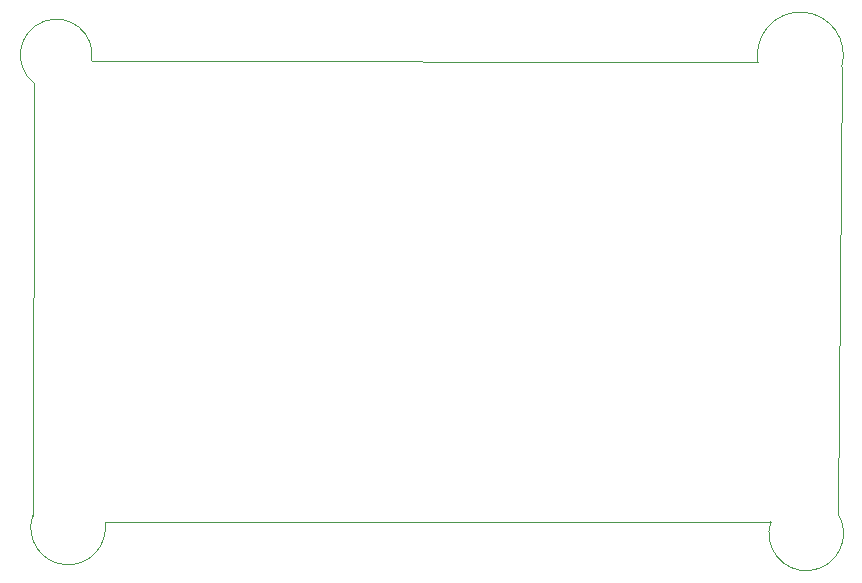
<source format=gbr>
G04 #@! TF.GenerationSoftware,KiCad,Pcbnew,(5.1.6)-1*
G04 #@! TF.CreationDate,2021-06-24T11:46:10+03:00*
G04 #@! TF.ProjectId,power supply,706f7765-7220-4737-9570-706c792e6b69,rev?*
G04 #@! TF.SameCoordinates,Original*
G04 #@! TF.FileFunction,Profile,NP*
%FSLAX46Y46*%
G04 Gerber Fmt 4.6, Leading zero omitted, Abs format (unit mm)*
G04 Created by KiCad (PCBNEW (5.1.6)-1) date 2021-06-24 11:46:10*
%MOMM*%
%LPD*%
G01*
G04 APERTURE LIST*
G04 #@! TA.AperFunction,Profile*
%ADD10C,0.050000*%
G04 #@! TD*
G04 APERTURE END LIST*
D10*
X82580168Y-108358865D02*
X82500000Y-145000000D01*
X87500000Y-106500000D02*
X143909472Y-106598421D01*
X150711630Y-144873022D02*
X151000000Y-107000000D01*
X145000000Y-145500001D02*
X88622748Y-145501557D01*
X143909472Y-106598421D02*
G75*
G02*
X151000000Y-107000000I3590528J598421D01*
G01*
X82580168Y-108358865D02*
G75*
G02*
X87500000Y-106500000I1919832J2358865D01*
G01*
X150711630Y-144873022D02*
G75*
G02*
X145000000Y-145500001I-2711630J-1626978D01*
G01*
X88622748Y-145501557D02*
G75*
G02*
X82500000Y-145000000I-3122748J-498443D01*
G01*
M02*

</source>
